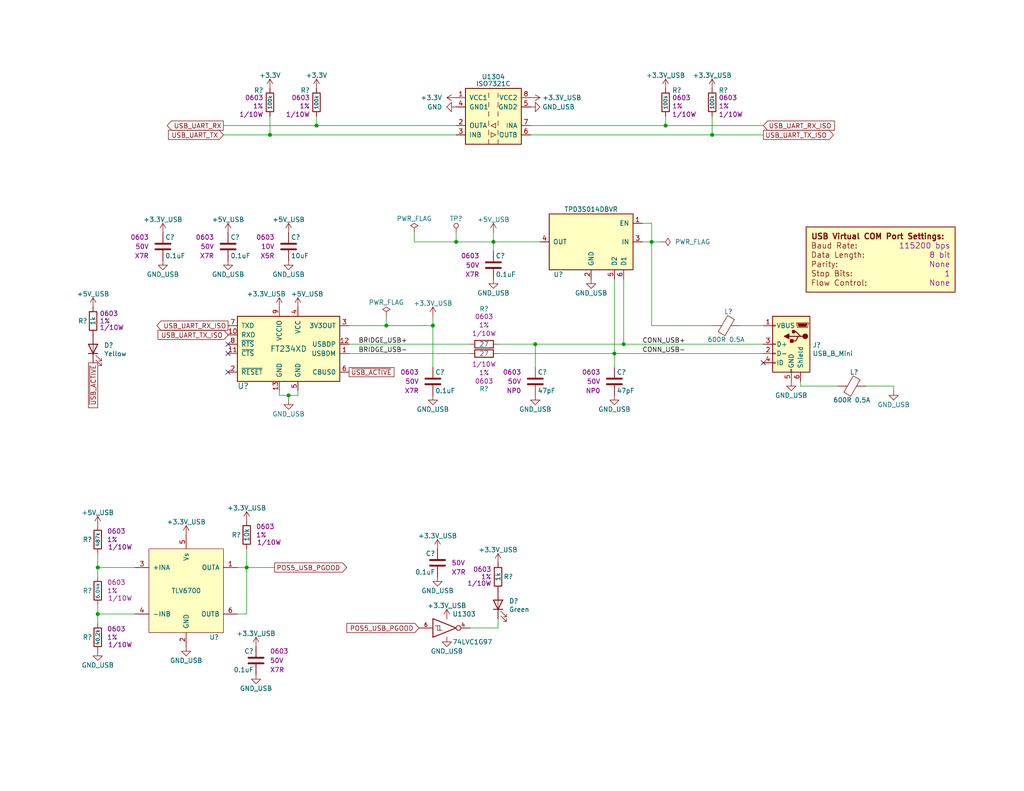
<source format=kicad_sch>
(kicad_sch (version 20230121) (generator eeschema)
  (paper "A")
  (title_block (date "2023-05-12") (rev "PRELIM") (company "Drew Maatman"))
  (lib_symbols
    (symbol "Connector:USB_B_Mini" (pin_names (offset 1.016))
      (property "Reference" "J" (at -5.08 11.43 0))
      (property "Value" "USB_B_Mini" (at -5.08 8.89 0))
      (symbol "USB_B_Mini_0_1"
        (rectangle (start -5.08 -7.62) (end 5.08 7.62) (stroke (width 0.254)) (fill (type background)))
        (circle (center -3.81 2.159) (radius 0.635) (stroke (width 0.254)) (fill (type outline)))
        (circle (center -0.635 3.429) (radius 0.381) (stroke (width 0.254)) (fill (type outline)))
        (rectangle (start -0.127 -7.62) (end 0.127 -6.858))
        (polyline (pts (xy -1.905 2.159) (xy 0.635 2.159)) (stroke (width 0.254)))
        (polyline (pts (xy -3.175 2.159) (xy -2.54 2.159) (xy -1.27 3.429) (xy -0.635 3.429)) (stroke (width 0.254)))
        (polyline (pts (xy -2.54 2.159) (xy -1.905 2.159) (xy -1.27 0.889) (xy 0 0.889)) (stroke (width 0.254)))
        (polyline (pts (xy 0.635 2.794) (xy 0.635 1.524) (xy 1.905 2.159) (xy 0.635 2.794)) (stroke (width 0.254)) (fill (type outline)))
        (polyline (pts (xy -4.318 5.588) (xy -1.778 5.588) (xy -2.032 4.826) (xy -4.064 4.826) (xy -4.318 5.588)) (fill (type outline)))
        (polyline (pts (xy -4.699 5.842) (xy -4.699 5.588) (xy -4.445 4.826) (xy -4.445 4.572) (xy -1.651 4.572) (xy -1.651 4.826) (xy -1.397 5.588) (xy -1.397 5.842) (xy -4.699 5.842)))
        (rectangle (start 0.254 1.27) (end -0.508 0.508) (stroke (width 0.254)) (fill (type outline)))
        (rectangle (start 5.08 -5.207) (end 4.318 -4.953))
        (rectangle (start 5.08 -2.667) (end 4.318 -2.413))
        (rectangle (start 5.08 -0.127) (end 4.318 0.127))
        (rectangle (start 5.08 4.953) (end 4.318 5.207))
      )
      (symbol "USB_B_Mini_1_1"
        (pin power_out line (at 7.62 5.08 180) (length 2.54) (name "VBUS") (number "1"))
        (pin bidirectional line (at 7.62 -2.54 180) (length 2.54) (name "D-") (number "2"))
        (pin bidirectional line (at 7.62 0 180) (length 2.54) (name "D+") (number "3"))
        (pin passive line (at 7.62 -5.08 180) (length 2.54) (name "ID") (number "4"))
        (pin power_out line (at 0 -10.16 90) (length 2.54) (name "GND") (number "5"))
        (pin passive line (at -2.54 -10.16 90) (length 2.54) (name "Shield") (number "6"))
      )
    )
    (symbol "Custom Library:74LVC1G97_Power_NOT" (pin_names (offset 1.016) hide)
      (property "Reference" "U" (at 1.524 3.81 0))
      (property "Value" "74LVC1G97_Power_NOT" (at 1.524 -3.81 0))
      (symbol "74LVC1G97_Power_NOT_1_1"
        (polyline (pts (xy -2.54 0.635) (xy -1.905 0.635) (xy -1.905 -0.635)))
        (polyline (pts (xy -3.81 2.54) (xy -3.81 -2.54) (xy 2.54 0) (xy -3.81 2.54)) (stroke (width 0.254)))
        (polyline (pts (xy -3.175 0.635) (xy -2.54 0.635) (xy -2.54 -0.635) (xy -1.27 -0.635)))
        (pin power_in line (at 0 2.54 90) (length 0) (name "VCC") (number "1"))
        (pin power_in line (at 0 -2.54 270) (length 0) (name "GND") (number "2"))
        (pin power_in line (at 0 -2.54 270) (length 0) (name "GND") (number "3"))
        (pin output inverted (at 6.35 0 180) (length 3.81) (name "~") (number "4"))
        (pin power_in line (at 0 2.54 90) (length 0) (name "VCC") (number "5"))
        (pin input line (at -7.62 0 0) (length 3.81) (name "~") (number "6"))
      )
    )
    (symbol "Custom Library:GND_USB" (power) (pin_names (offset 0))
      (property "Value" "GND_USB" (at 0 -3.81 0))
      (symbol "GND_USB_0_1"
        (polyline (pts (xy 0 0) (xy 0 -1.27) (xy 1.27 -1.27) (xy 0 -2.54) (xy -1.27 -1.27) (xy 0 -1.27)))
      )
      (symbol "GND_USB_1_1"
        (pin power_in line (at 0 0 270) (length 0) hide (name "GND_USB") (number "1"))
      )
    )
    (symbol "Custom_Library:+3.3V_USB" (power) (pin_names (offset 0))
      (property "Value" "Custom_Library_+3.3V_USB" (at 0 3.556 0))
      (symbol "+3.3V_USB_0_1"
        (polyline (pts (xy -0.762 1.27) (xy 0 2.54)))
        (polyline (pts (xy 0 0) (xy 0 2.54)))
        (polyline (pts (xy 0 2.54) (xy 0.762 1.27)))
      )
      (symbol "+3.3V_USB_1_1"
        (pin power_in line (at 0 0 90) (length 0) hide (name "+3.3V_USB") (number "1"))
      )
    )
    (symbol "Custom_Library:+5V_USB" (power) (pin_names (offset 0))
      (property "Value" "Custom_Library_+5V_USB" (at 0 3.556 0))
      (symbol "+5V_USB_0_1"
        (polyline (pts (xy -0.762 1.27) (xy 0 2.54)))
        (polyline (pts (xy 0 0) (xy 0 2.54)))
        (polyline (pts (xy 0 2.54) (xy 0.762 1.27)))
      )
      (symbol "+5V_USB_1_1"
        (pin power_in line (at 0 0 90) (length 0) hide (name "+5V_USB") (number "1"))
      )
    )
    (symbol "Custom_Library:COM_Port_Settings" (pin_names (offset 1.016))
      (property "Baud_Rate" "Baud" (at 19.05 3.81 0))
      (property "Data_Length" "Data Length" (at 19.05 1.27 0))
      (property "Parity" "Parity" (at 19.05 -1.27 0))
      (property "Stop_Bits" "Stop Bits" (at 19.05 -3.81 0))
      (property "Flow_Control" "Flow Control" (at 19.05 -6.35 0))
      (symbol "COM_Port_Settings_0_0"
        (rectangle (start -20.32 8.89) (end 20.32 -8.89) (stroke (width 0.254)) (fill (type background)))
        (text "Baud Rate:" (at -19.05 3.81 0) (effects (font (size 1.524 1.524)) (justify left)))
        (text "Data Length:" (at -19.05 1.27 0) (effects (font (size 1.524 1.524)) (justify left)))
        (text "Flow Control:" (at -19.05 -6.35 0) (effects (font (size 1.524 1.524)) (justify left)))
        (text "Parity:" (at -19.05 -1.27 0) (effects (font (size 1.524 1.524)) (justify left)))
        (text "Stop Bits:" (at -19.05 -3.81 0) (effects (font (size 1.524 1.524)) (justify left)))
        (text "USB Virtual COM Port Settings:" (at -19.05 6.35 0) (effects (font (size 1.524 1.524) bold) (justify left)))
      )
    )
    (symbol "Custom_Library:C_Custom" (pin_numbers hide) (pin_names (offset 0.254))
      (property "Reference" "C" (at 0.635 2.54 0))
      (property "Value" "Custom_Library_C_Custom" (at 0.635 -2.54 0))
      (property "display_footprint" "Foot" (at -3.81 2.54 0))
      (property "Voltage" "V" (at -3.81 0 0))
      (property "Dielectric" "Er" (at -3.81 -2.54 0))
      (symbol "C_Custom_0_1"
        (polyline (pts (xy -2.032 -0.762) (xy 2.032 -0.762)) (stroke (width 0.508)))
        (polyline (pts (xy -2.032 0.762) (xy 2.032 0.762)) (stroke (width 0.508)))
      )
      (symbol "C_Custom_1_1"
        (pin passive line (at 0 3.81 270) (length 2.794) (name "~") (number "1"))
        (pin passive line (at 0 -3.81 90) (length 2.794) (name "~") (number "2"))
      )
    )
    (symbol "Custom_Library:FT234XD" (pin_names (offset 1.016))
      (property "Reference" "U" (at 13.97 -10.16 0))
      (property "Value" "Custom_Library_FT234XD" (at 0 0 0))
      (symbol "FT234XD_0_1"
        (rectangle (start -13.97 8.89) (end 13.97 -8.89) (stroke (width 0.254)) (fill (type background)))
      )
      (symbol "FT234XD_1_1"
        (pin input line (at -16.51 -1.27 0) (length 2.54) (name "USBDM") (number "1"))
        (pin input line (at 16.51 3.81 180) (length 2.54) (name "RXD") (number "10"))
        (pin input line (at 16.51 -1.27 180) (length 2.54) (name "~{CTS}") (number "11"))
        (pin input line (at -16.51 1.27 0) (length 2.54) (name "USBDP") (number "12"))
        (pin power_in line (at 2.54 -11.43 90) (length 2.54) (name "GND") (number "13"))
        (pin input line (at 16.51 -6.35 180) (length 2.54) (name "~{RESET}") (number "2"))
        (pin passive line (at -16.51 6.35 0) (length 2.54) (name "3V3OUT") (number "3"))
        (pin power_in line (at -2.54 11.43 270) (length 2.54) (name "VCC") (number "4"))
        (pin power_in line (at -2.54 -11.43 90) (length 2.54) (name "GND") (number "5"))
        (pin bidirectional line (at -16.51 -6.35 0) (length 2.54) (name "CBUS0") (number "6"))
        (pin output line (at 16.51 6.35 180) (length 2.54) (name "TXD") (number "7"))
        (pin output line (at 16.51 1.27 180) (length 2.54) (name "~{RTS}") (number "8"))
        (pin power_in line (at 2.54 11.43 270) (length 2.54) (name "VCCIO") (number "9"))
      )
    )
    (symbol "Custom_Library:R_Custom" (pin_numbers hide) (pin_names (offset 1.016) hide)
      (property "Reference" "R" (at -2.54 0 90))
      (property "Value" "Custom_Library_R_Custom" (at 0 0 90))
      (property "display_footprint" "Foot" (at 2.54 0 90))
      (property "Tolerance" "Tol" (at 5.08 0 90))
      (property "Wattage" "W" (at 7.62 0 90))
      (symbol "R_Custom_0_1"
        (rectangle (start 1.016 2.54) (end -1.016 -2.54) (stroke (width 0.254)))
      )
      (symbol "R_Custom_1_1"
        (pin passive line (at 0 3.81 270) (length 1.27) (name "1") (number "1"))
        (pin passive line (at 0 -3.81 90) (length 1.27) (name "2") (number "2"))
      )
    )
    (symbol "Custom_Library:TLV6700" (pin_names (offset 1.016))
      (property "Reference" "U" (at 7.62 -12.7 0))
      (property "Value" "Custom_Library_TLV6700" (at 0 0 0))
      (symbol "TLV6700_0_1"
        (rectangle (start -10.16 11.43) (end 10.16 -11.43) (fill (type background)))
      )
      (symbol "TLV6700_1_1"
        (pin open_collector line (at 13.97 6.35 180) (length 3.81) (name "OUTA") (number "1"))
        (pin power_in line (at 0 -15.24 90) (length 3.81) (name "GND") (number "2"))
        (pin input line (at -13.97 6.35 0) (length 3.81) (name "+INA") (number "3"))
        (pin input line (at -13.97 -6.35 0) (length 3.81) (name "-INB") (number "4"))
        (pin power_in line (at 0 15.24 270) (length 3.81) (name "Vs") (number "5"))
        (pin open_collector line (at 13.97 -6.35 180) (length 3.81) (name "OUTB") (number "6"))
      )
    )
    (symbol "Custom_Library:TP" (pin_numbers hide) (pin_names (offset 0) hide)
      (property "Reference" "TP" (at 0 3.81 0))
      (symbol "TP_0_1"
        (polyline (pts (xy 0 0) (xy 0 1.27)))
        (circle (center 0 1.905) (radius 0.635))
      )
      (symbol "TP_1_1"
        (pin passive line (at 0 0 90) (length 0) (name "TP") (number "1"))
      )
    )
    (symbol "Custom_Library:TPD3S014DBVR" (pin_names (offset 1.016))
      (property "Reference" "U" (at 7.62 -8.89 0))
      (property "Value" "Custom_Library_TPD3S014DBVR" (at 0 8.89 0))
      (symbol "TPD3S014DBVR_0_1"
        (rectangle (start -11.43 7.62) (end 11.43 -7.62) (stroke (width 0.254)) (fill (type background)))
      )
      (symbol "TPD3S014DBVR_1_1"
        (pin input line (at -13.97 5.08 0) (length 2.54) (name "EN") (number "1"))
        (pin power_in line (at 0 -10.16 90) (length 2.54) (name "GND") (number "2"))
        (pin power_in line (at -13.97 0 0) (length 2.54) (name "IN") (number "3"))
        (pin passive line (at 13.97 0 180) (length 2.54) (name "OUT") (number "4"))
        (pin passive line (at -6.35 -10.16 90) (length 2.54) (name "D2") (number "5"))
        (pin passive line (at -8.89 -10.16 90) (length 2.54) (name "D1") (number "6"))
      )
    )
    (symbol "Device:Ferrite_Bead" (pin_numbers hide) (pin_names (offset 0))
      (property "Reference" "FB" (at -3.81 0.635 90))
      (property "Value" "Device_Ferrite_Bead" (at 3.81 0 90))
      (symbol "Ferrite_Bead_0_1"
        (polyline (pts (xy 0 -1.27) (xy 0 -1.2192)))
        (polyline (pts (xy 0 1.27) (xy 0 1.2954)))
        (polyline (pts (xy -2.7686 0.4064) (xy -1.7018 2.2606) (xy 2.7686 -0.3048) (xy 1.6764 -2.159) (xy -2.7686 0.4064)))
      )
      (symbol "Ferrite_Bead_1_1"
        (pin passive line (at 0 3.81 270) (length 2.54) (name "~") (number "1"))
        (pin passive line (at 0 -3.81 90) (length 2.54) (name "~") (number "2"))
      )
    )
    (symbol "Device:LED" (pin_numbers hide) (pin_names (offset 1.016) hide)
      (property "Reference" "D" (at 0 2.54 0))
      (property "Value" "LED" (at 0 -2.54 0))
      (symbol "LED_0_1"
        (polyline (pts (xy -1.27 -1.27) (xy -1.27 1.27)) (stroke (width 0.254)))
        (polyline (pts (xy -1.27 0) (xy 1.27 0)))
        (polyline (pts (xy 1.27 -1.27) (xy 1.27 1.27) (xy -1.27 0) (xy 1.27 -1.27)) (stroke (width 0.254)))
        (polyline (pts (xy -3.048 -0.762) (xy -4.572 -2.286) (xy -3.81 -2.286) (xy -4.572 -2.286) (xy -4.572 -1.524)))
        (polyline (pts (xy -1.778 -0.762) (xy -3.302 -2.286) (xy -2.54 -2.286) (xy -3.302 -2.286) (xy -3.302 -1.524)))
      )
      (symbol "LED_1_1"
        (pin passive line (at -3.81 0 0) (length 2.54) (name "K") (number "1"))
        (pin passive line (at 3.81 0 180) (length 2.54) (name "A") (number "2"))
      )
    )
    (symbol "Isolator:ISO7321C" (pin_names (offset 1.016))
      (property "Reference" "U" (at 0 10.795 0))
      (property "Value" "ISO7321C" (at 0 8.89 0))
      (symbol "ISO7321C_0_1"
        (rectangle (start -7.62 7.62) (end 7.62 -7.62) (stroke (width 0.254)) (fill (type background)))
        (polyline (pts (xy -1.27 -6.35) (xy -1.27 -7.62)))
        (polyline (pts (xy -1.27 -3.81) (xy -1.27 -5.08)))
        (polyline (pts (xy -1.27 -1.27) (xy -1.27 -2.54)))
        (polyline (pts (xy -1.27 1.27) (xy -1.27 0)))
        (polyline (pts (xy -1.27 3.81) (xy -1.27 2.54)))
        (polyline (pts (xy -1.27 6.35) (xy -1.27 5.08)))
        (polyline (pts (xy 1.27 -6.35) (xy 1.27 -7.62)))
        (polyline (pts (xy 1.27 -3.81) (xy 1.27 -5.08)))
        (polyline (pts (xy 1.27 -1.27) (xy 1.27 -2.54)))
        (polyline (pts (xy 1.27 1.27) (xy 1.27 0)))
        (polyline (pts (xy 1.27 3.81) (xy 1.27 2.54)))
        (polyline (pts (xy 1.27 6.35) (xy 1.27 5.08)))
        (polyline (pts (xy -0.635 -4.445) (xy -0.635 -5.715) (xy 0.635 -5.08) (xy -0.635 -4.445)))
        (polyline (pts (xy -0.635 -2.54) (xy 0.635 -1.905) (xy 0.635 -3.175) (xy -0.635 -2.54)))
      )
      (symbol "ISO7321C_1_1"
        (pin power_in line (at -10.16 5.08 0) (length 2.54) (name "VCC1") (number "1"))
        (pin output line (at -10.16 -2.54 0) (length 2.54) (name "OUTA") (number "2"))
        (pin input line (at -10.16 -5.08 0) (length 2.54) (name "INB") (number "3"))
        (pin power_in line (at -10.16 2.54 0) (length 2.54) (name "GND1") (number "4"))
        (pin power_in line (at 10.16 2.54 180) (length 2.54) (name "GND2") (number "5"))
        (pin output line (at 10.16 -5.08 180) (length 2.54) (name "OUTB") (number "6"))
        (pin input line (at 10.16 -2.54 180) (length 2.54) (name "INA") (number "7"))
        (pin power_in line (at 10.16 5.08 180) (length 2.54) (name "VCC2") (number "8"))
      )
    )
    (symbol "power:+3.3V" (power) (pin_names (offset 0))
      (property "Value" "+3.3V" (at 0 3.556 0))
      (symbol "+3.3V_0_1"
        (polyline (pts (xy -0.762 1.27) (xy 0 2.54)))
        (polyline (pts (xy 0 0) (xy 0 2.54)))
        (polyline (pts (xy 0 2.54) (xy 0.762 1.27)))
      )
      (symbol "+3.3V_1_1"
        (pin power_in line (at 0 0 90) (length 0) hide (name "+3.3V") (number "1"))
      )
    )
    (symbol "power:GND" (power) (pin_names (offset 0))
      (property "Value" "GND" (at 0 -3.81 0))
      (symbol "GND_0_1"
        (polyline (pts (xy 0 0) (xy 0 -1.27) (xy 1.27 -1.27) (xy 0 -2.54) (xy -1.27 -1.27) (xy 0 -1.27)))
      )
      (symbol "GND_1_1"
        (pin power_in line (at 0 0 270) (length 0) hide (name "GND") (number "1"))
      )
    )
    (symbol "power:PWR_FLAG" (power) (pin_numbers hide) (pin_names (offset 0) hide)
      (property "Value" "PWR_FLAG" (at 0 3.81 0))
      (symbol "PWR_FLAG_0_0"
        (pin power_out line (at 0 0 90) (length 0) (name "pwr") (number "1"))
      )
      (symbol "PWR_FLAG_0_1"
        (polyline (pts (xy 0 0) (xy 0 1.27) (xy -1.016 1.905) (xy 0 2.54) (xy 1.016 1.905) (xy 0 1.27)))
      )
    )
  )
  (junction (at 134.62 66.04))
  (junction (at 26.67 154.94))
  (junction (at 170.18 93.98))
  (junction (at 181.61 34.29))
  (junction (at 86.36 34.29))
  (junction (at 177.8 66.04))
  (junction (at 194.31 36.83))
  (junction (at 73.66 36.83))
  (junction (at 26.67 167.64))
  (junction (at 118.11 88.9))
  (junction (at 146.05 93.98))
  (junction (at 124.46 66.04))
  (junction (at 78.74 107.95))
  (junction (at 105.41 88.9))
  (junction (at 67.31 154.94))
  (junction (at 167.64 96.52))
  (no_connect (at 62.23 93.98))
  (no_connect (at 62.23 96.52))
  (no_connect (at 62.23 101.6))
  (no_connect (at 208.28 99.06))
  (wire (pts (xy 228.6 105.41) (xy 218.44 105.41)))
  (wire (pts (xy 26.67 167.64) (xy 26.67 165.1)))
  (wire (pts (xy 76.2 106.68) (xy 76.2 107.95)))
  (wire (pts (xy 170.18 93.98) (xy 208.28 93.98)))
  (wire (pts (xy 105.41 88.9) (xy 118.11 88.9)))
  (wire (pts (xy 194.31 88.9) (xy 177.8 88.9)))
  (wire (pts (xy 95.25 93.98) (xy 128.27 93.98)))
  (wire (pts (xy 208.28 36.83) (xy 194.31 36.83)))
  (wire (pts (xy 243.84 105.41) (xy 236.22 105.41)))
  (wire (pts (xy 78.74 107.95) (xy 81.28 107.95)))
  (wire (pts (xy 118.11 86.36) (xy 118.11 88.9)))
  (wire (pts (xy 67.31 167.64) (xy 67.31 154.94)))
  (wire (pts (xy 86.36 31.75) (xy 86.36 34.29)))
  (wire (pts (xy 81.28 106.68) (xy 81.28 107.95)))
  (wire (pts (xy 73.66 31.75) (xy 73.66 36.83)))
  (wire (pts (xy 144.78 36.83) (xy 194.31 36.83)))
  (wire (pts (xy 95.25 96.52) (xy 128.27 96.52)))
  (wire (pts (xy 135.89 96.52) (xy 167.64 96.52)))
  (wire (pts (xy 60.96 36.83) (xy 73.66 36.83)))
  (wire (pts (xy 146.05 93.98) (xy 170.18 93.98)))
  (wire (pts (xy 181.61 31.75) (xy 181.61 34.29)))
  (wire (pts (xy 144.78 34.29) (xy 181.61 34.29)))
  (wire (pts (xy 134.62 66.04) (xy 134.62 68.58)))
  (wire (pts (xy 146.05 100.33) (xy 146.05 93.98)))
  (wire (pts (xy 134.62 63.5) (xy 134.62 66.04)))
  (wire (pts (xy 73.66 36.83) (xy 124.46 36.83)))
  (wire (pts (xy 78.74 109.22) (xy 78.74 107.95)))
  (wire (pts (xy 218.44 105.41) (xy 218.44 104.14)))
  (wire (pts (xy 194.31 31.75) (xy 194.31 36.83)))
  (wire (pts (xy 67.31 154.94) (xy 67.31 149.86)))
  (wire (pts (xy 175.26 66.04) (xy 177.8 66.04)))
  (wire (pts (xy 86.36 34.29) (xy 124.46 34.29)))
  (wire (pts (xy 76.2 107.95) (xy 78.74 107.95)))
  (wire (pts (xy 167.64 96.52) (xy 208.28 96.52)))
  (wire (pts (xy 74.93 154.94) (xy 67.31 154.94)))
  (wire (pts (xy 175.26 60.96) (xy 177.8 60.96)))
  (wire (pts (xy 64.77 154.94) (xy 67.31 154.94)))
  (wire (pts (xy 26.67 167.64) (xy 26.67 170.18)))
  (wire (pts (xy 113.03 66.04) (xy 124.46 66.04)))
  (wire (pts (xy 128.27 171.45) (xy 135.89 171.45)))
  (wire (pts (xy 105.41 86.36) (xy 105.41 88.9)))
  (wire (pts (xy 124.46 66.04) (xy 134.62 66.04)))
  (wire (pts (xy 243.84 106.68) (xy 243.84 105.41)))
  (wire (pts (xy 36.83 167.64) (xy 26.67 167.64)))
  (wire (pts (xy 26.67 154.94) (xy 26.67 151.13)))
  (wire (pts (xy 113.03 63.5) (xy 113.03 66.04)))
  (wire (pts (xy 64.77 167.64) (xy 67.31 167.64)))
  (wire (pts (xy 180.34 66.04) (xy 177.8 66.04)))
  (wire (pts (xy 26.67 154.94) (xy 26.67 157.48)))
  (wire (pts (xy 167.64 100.33) (xy 167.64 96.52)))
  (wire (pts (xy 134.62 66.04) (xy 147.32 66.04)))
  (wire (pts (xy 177.8 66.04) (xy 177.8 88.9)))
  (wire (pts (xy 36.83 154.94) (xy 26.67 154.94)))
  (wire (pts (xy 95.25 88.9) (xy 105.41 88.9)))
  (wire (pts (xy 118.11 88.9) (xy 118.11 100.33)))
  (wire (pts (xy 167.64 76.2) (xy 167.64 96.52)))
  (wire (pts (xy 177.8 60.96) (xy 177.8 66.04)))
  (wire (pts (xy 135.89 171.45) (xy 135.89 168.91)))
  (wire (pts (xy 170.18 76.2) (xy 170.18 93.98)))
  (wire (pts (xy 135.89 93.98) (xy 146.05 93.98)))
  (wire (pts (xy 201.93 88.9) (xy 208.28 88.9)))
  (wire (pts (xy 208.28 34.29) (xy 181.61 34.29)))
  (wire (pts (xy 60.96 34.29) (xy 86.36 34.29)))
  (wire (pts (xy 124.46 63.5) (xy 124.46 66.04)))
  (label "BRIDGE_USB-" (at 97.79 96.52 0))
  (label "BRIDGE_USB+" (at 97.79 93.98 0))
  (label "CONN_USB-" (at 175.26 96.52 0))
  (label "CONN_USB+" (at 175.26 93.98 0))
  (global_label "USB_UART_TX_ISO" (shape output) (at 208.28 36.83 0) (property "Intersheetrefs" "${INTERSHEET_REFS}" (effects hide)))
  (global_label "USB_UART_TX" (shape input) (at 60.96 36.83 180) (property "Intersheetrefs" "${INTERSHEET_REFS}" (effects hide)))
  (global_label "~{USB_ACTIVE}" (shape passive) (at 95.25 101.6 0) (property "Intersheetrefs" "${INTERSHEET_REFS}" (effects hide)))
  (global_label "USB_UART_RX_ISO" (shape input) (at 208.28 34.29 0) (property "Intersheetrefs" "${INTERSHEET_REFS}" (effects hide)))
  (global_label "USB_UART_RX" (shape output) (at 60.96 34.29 180) (property "Intersheetrefs" "${INTERSHEET_REFS}" (effects hide)))
  (global_label "POS5_USB_PGOOD" (shape output) (at 74.93 154.94 0) (property "Intersheetrefs" "${INTERSHEET_REFS}" (effects hide)))
  (global_label "USB_UART_RX_ISO" (shape output) (at 62.23 88.9 180) (property "Intersheetrefs" "${INTERSHEET_REFS}" (effects hide)))
  (global_label "~{USB_ACTIVE}" (shape passive) (at 25.4 99.06 270) (property "Intersheetrefs" "${INTERSHEET_REFS}" (effects hide)))
  (global_label "POS5_USB_PGOOD" (shape input) (at 114.3 171.45 180) (property "Intersheetrefs" "${INTERSHEET_REFS}" (effects hide)))
  (global_label "USB_UART_TX_ISO" (shape input) (at 62.23 91.44 180) (property "Intersheetrefs" "${INTERSHEET_REFS}" (effects hide)))
  (symbol (lib_id "power:PWR_FLAG") (at 105.41 86.36 0) (unit 1)
    (property "Reference" "#FLG01303" (effects hide))
    (property "Value" "PWR_FLAG" (at 105.41 82.55 0))
  )
  (symbol (lib_id "Custom_Library:R_Custom") (at 181.61 27.94 0) (unit 1)
    (property "Reference" "R?" (at 183.388 24.638 0) (effects (justify left)))
    (property "Value" "100k" (at 181.61 27.94 90) (effects (font (size 1.016 1.016))))
    (property "Footprint" "Resistors_SMD:R_0603" (effects hide))
    (property "display_footprint" "0603" (at 183.388 26.67 0) (effects (justify left)))
    (property "Tolerance" "1%" (at 183.388 28.956 0) (effects (justify left)))
    (property "Wattage" "1/10W" (at 183.388 31.242 0) (effects (justify left)))
    (instances (project "Analog_Clock" (path "" (reference "R?") (unit 1)) (path "" (reference "R?") (unit 1))) (project "Nixie_Clock_Core" (path "" (reference "R1311") (unit 1))))
  )
  (symbol (lib_id "Custom_Library:+3.3V_USB") (at 44.45 63.5 0) (unit 1)
    (property "Reference" "#PWR?" (effects hide))
    (property "Value" "+3.3V_USB" (at 44.45 59.944 0))
    (instances (project "Analog_Clock" (path "" (reference "#PWR?") (unit 1))) (project "Nixie_Clock_Core" (path "" (reference "#PWR01329") (unit 1))))
  )
  (symbol (lib_id "Device:Ferrite_Bead") (at 198.12 88.9 270) (unit 1)
    (property "Reference" "L?" (at 198.755 85.09 90))
    (property "Value" "600R 0.5A" (at 198.12 92.71 90))
    (property "Footprint" "Inductors_SMD:L_0603" (effects hide))
    (instances (project "Analog_Clock" (path "" (reference "L?") (unit 1))) (project "Nixie_Clock_Core" (path "" (reference "L1301") (unit 1))))
  )
  (symbol (lib_id "Device:LED") (at 25.4 95.25 90) (unit 1)
    (property "Reference" "D?" (at 28.3718 94.2848 90) (effects (justify right)))
    (property "Value" "Yellow" (at 28.3718 96.5962 90) (effects (justify right)))
    (property "Footprint" "LEDs:LED_0603" (effects hide))
    (property "Digi-Key PN" "754-1124-1-ND" (effects hide))
    (instances (project "Analog_Clock" (path "" (reference "D?") (unit 1))) (project "Nixie_Clock_Core" (path "" (reference "D1301") (unit 1))))
  )
  (symbol (lib_id "power:+3.3V") (at 86.36 24.13 0) (unit 1)
    (property "Reference" "#PWR?" (effects hide))
    (property "Value" "+3.3V" (at 86.36 20.574 0))
    (instances (project "Analog_Clock" (path "" (reference "#PWR?") (unit 1))) (project "Nixie_Clock_Core" (path "" (reference "#PWR01335") (unit 1))))
  )
  (symbol (lib_id "Custom_Library:R_Custom") (at 132.08 96.52 270) (unit 1)
    (property "Reference" "R?" (at 132.08 106.172 90))
    (property "Value" "27" (at 132.08 96.52 90))
    (property "Footprint" "Resistors_SMD:R_0603" (effects hide))
    (property "display_footprint" "0603" (at 132.08 104.0638 90))
    (property "Tolerance" "1%" (at 132.08 101.7524 90))
    (property "Wattage" "1/10W" (at 132.08 99.441 90))
    (instances (project "Analog_Clock" (path "" (reference "R?") (unit 1))) (project "Nixie_Clock_Core" (path "" (reference "R1309") (unit 1))))
  )
  (symbol (lib_id "Connector:USB_B_Mini") (at 215.9 93.98 0) (mirror y) (unit 1)
    (property "Reference" "J?" (at 221.7166 94.2086 0) (effects (justify right)))
    (property "Value" "USB_B_Mini" (at 221.7166 96.52 0) (effects (justify right)))
    (property "Footprint" "Connectors:USB_Mini-B" (effects hide))
    (property "Digi-Key PN" "732-2109-1-ND" (effects hide))
    (instances (project "Analog_Clock" (path "" (reference "J?") (unit 1))) (project "Nixie_Clock_Core" (path "" (reference "J1301") (unit 1))))
  )
  (symbol (lib_id "Custom_Library:R_Custom") (at 26.67 147.32 0) (unit 1)
    (property "Reference" "R?" (at 25.146 147.32 0) (effects (justify right)))
    (property "Value" "487k" (at 26.67 147.32 90) (effects (font (size 1.016 1.016))))
    (property "Footprint" "Resistors_SMD:R_0603" (effects hide))
    (property "display_footprint" "0603" (at 29.21 145.034 0) (effects (justify left)))
    (property "Tolerance" "1%" (at 29.21 147.32 0) (effects (justify left)))
    (property "Wattage" "1/10W" (at 29.464 149.352 0) (effects (justify left)))
    (instances (project "Analog_Clock" (path "" (reference "R?") (unit 1))) (project "Nixie_Clock_Core" (path "" (reference "R1302") (unit 1))))
  )
  (symbol (lib_id "Custom_Library:R_Custom") (at 132.08 93.98 270) (mirror x) (unit 1)
    (property "Reference" "R?" (at 132.08 84.328 90))
    (property "Value" "27" (at 132.08 93.98 90))
    (property "Footprint" "Resistors_SMD:R_0603" (effects hide))
    (property "display_footprint" "0603" (at 132.08 86.4362 90))
    (property "Tolerance" "1%" (at 132.08 88.7476 90))
    (property "Wattage" "1/10W" (at 132.08 91.059 90))
    (instances (project "Analog_Clock" (path "" (reference "R?") (unit 1))) (project "Nixie_Clock_Core" (path "" (reference "R1308") (unit 1))))
  )
  (symbol (lib_id "Custom_Library:+3.3V_USB") (at 67.31 142.24 0) (unit 1)
    (property "Reference" "#PWR?" (effects hide))
    (property "Value" "+3.3V_USB" (at 67.31 138.684 0))
    (instances (project "Analog_Clock" (path "" (reference "#PWR?") (unit 1))) (project "Nixie_Clock_Core" (path "" (reference "#PWR01317") (unit 1))))
  )
  (symbol (lib_id "power:+3.3V") (at 124.46 26.67 90) (unit 1)
    (property "Reference" "#PWR?" (effects hide))
    (property "Value" "+3.3V" (at 120.65 26.67 90) (effects (justify left)))
    (instances (project "Analog_Clock" (path "" (reference "#PWR?") (unit 1))) (project "Nixie_Clock_Core" (path "" (reference "#PWR01304") (unit 1))))
  )
  (symbol (lib_id "Custom_Library:R_Custom") (at 67.31 146.05 0) (unit 1)
    (property "Reference" "R?" (at 65.786 146.05 0) (effects (justify right)))
    (property "Value" "10k" (at 67.31 146.05 90))
    (property "Footprint" "Resistors_SMD:R_0603" (effects hide))
    (property "display_footprint" "0603" (at 69.85 143.764 0) (effects (justify left)))
    (property "Tolerance" "1%" (at 69.85 146.05 0) (effects (justify left)))
    (property "Wattage" "1/10W" (at 70.104 148.082 0) (effects (justify left)))
    (instances (project "Analog_Clock" (path "" (reference "R?") (unit 1))) (project "Nixie_Clock_Core" (path "" (reference "R1305") (unit 1))))
  )
  (symbol (lib_id "Custom_Library:C_Custom") (at 118.11 104.14 0) (unit 1)
    (property "Reference" "C?" (at 118.745 101.6 0) (effects (justify left)))
    (property "Value" "0.1uF" (at 118.745 106.68 0) (effects (justify left)))
    (property "Footprint" "Capacitors_SMD:C_0603" (effects hide))
    (property "display_footprint" "0603" (at 114.3 101.6 0) (effects (justify right)))
    (property "Voltage" "50V" (at 114.3 104.14 0) (effects (justify right)))
    (property "Dielectric" "X7R" (at 114.3 106.68 0) (effects (justify right)))
    (instances (project "Analog_Clock" (path "" (reference "C?") (unit 1))) (project "Nixie_Clock_Core" (path "" (reference "C1305") (unit 1))))
  )
  (symbol (lib_id "Custom_Library:+3.3V_USB") (at 181.61 24.13 0) (unit 1)
    (property "Reference" "#PWR?" (effects hide))
    (property "Value" "+3.3V_USB" (at 181.61 20.574 0))
    (instances (project "Analog_Clock" (path "" (reference "#PWR?") (unit 1))) (project "Nixie_Clock_Core" (path "" (reference "#PWR01338") (unit 1))))
  )
  (symbol (lib_id "Device:Ferrite_Bead") (at 232.41 105.41 270) (unit 1)
    (property "Reference" "L?" (at 233.045 101.6 90))
    (property "Value" "600R 0.5A" (at 232.41 109.22 90))
    (property "Footprint" "Inductors_SMD:L_0603" (effects hide))
    (instances (project "Analog_Clock" (path "" (reference "L?") (unit 1))) (project "Nixie_Clock_Core" (path "" (reference "L1302") (unit 1))))
  )
  (symbol (lib_id "Custom_Library:TP") (at 124.46 63.5 0) (unit 1)
    (property "Reference" "TP?" (at 124.46 59.69 0))
    (property "Value" "TP" (effects hide))
    (property "Footprint" "Custom Footprints Library:Test_Point" (effects hide))
    (instances (project "Analog_Clock" (path "" (reference "TP?") (unit 1)) (path "" (reference "TP?") (unit 1)) (path "" (reference "TP?") (unit 1)) (path "" (reference "TP?") (unit 1))) (project "Nixie_Clock_Core" (path "" (reference "TP1301") (unit 1))))
  )
  (symbol (lib_id "Custom_Library:+3.3V_USB") (at 194.31 24.13 0) (unit 1)
    (property "Reference" "#PWR?" (effects hide))
    (property "Value" "+3.3V_USB" (at 194.31 20.574 0))
    (instances (project "Analog_Clock" (path "" (reference "#PWR?") (unit 1))) (project "Nixie_Clock_Core" (path "" (reference "#PWR01339") (unit 1))))
  )
  (symbol (lib_id "Custom Library:GND_USB") (at 215.9 104.14 0) (unit 1)
    (property "Reference" "#PWR01308" (effects hide))
    (property "Value" "GND_USB" (at 215.9 107.95 0))
  )
  (symbol (lib_id "Custom_Library:+3.3V_USB") (at 69.85 176.53 0) (unit 1)
    (property "Reference" "#PWR?" (effects hide))
    (property "Value" "+3.3V_USB" (at 69.85 172.974 0))
    (instances (project "Analog_Clock" (path "" (reference "#PWR?") (unit 1))) (project "Nixie_Clock_Core" (path "" (reference "#PWR01321") (unit 1))))
  )
  (symbol (lib_id "power:PWR_FLAG") (at 180.34 66.04 270) (unit 1)
    (property "Reference" "#FLG?" (effects hide))
    (property "Value" "PWR_FLAG" (at 184.15 66.04 90) (effects (justify left)))
    (instances (project "Analog_Clock" (path "" (reference "#FLG?") (unit 1))) (project "Nixie_Clock_Core" (path "" (reference "#FLG01302") (unit 1))))
  )
  (symbol (lib_id "Custom_Library:+3.3V_USB") (at 135.89 153.67 0) (unit 1)
    (property "Reference" "#PWR?" (effects hide))
    (property "Value" "+3.3V_USB" (at 135.89 150.114 0))
    (instances (project "Analog_Clock" (path "" (reference "#PWR?") (unit 1))) (project "Nixie_Clock_Core" (path "" (reference "#PWR01325") (unit 1))))
  )
  (symbol (lib_id "Custom Library:GND_USB") (at 121.92 173.99 0) (unit 1)
    (property "Reference" "#PWR01322" (effects hide))
    (property "Value" "GND_USB" (at 121.92 177.8 0))
  )
  (symbol (lib_id "Custom_Library:R_Custom") (at 194.31 27.94 0) (unit 1)
    (property "Reference" "R?" (at 196.088 24.638 0) (effects (justify left)))
    (property "Value" "100k" (at 194.31 27.94 90) (effects (font (size 1.016 1.016))))
    (property "Footprint" "Resistors_SMD:R_0603" (effects hide))
    (property "display_footprint" "0603" (at 196.088 26.67 0) (effects (justify left)))
    (property "Tolerance" "1%" (at 196.088 28.956 0) (effects (justify left)))
    (property "Wattage" "1/10W" (at 196.088 31.242 0) (effects (justify left)))
    (instances (project "Analog_Clock" (path "" (reference "R?") (unit 1)) (path "" (reference "R?") (unit 1))) (project "Nixie_Clock_Core" (path "" (reference "R1312") (unit 1))))
  )
  (symbol (lib_id "Custom_Library:R_Custom") (at 26.67 173.99 0) (unit 1)
    (property "Reference" "R?" (at 25.146 173.99 0) (effects (justify right)))
    (property "Value" "40.2k" (at 26.67 173.99 90) (effects (font (size 1.016 1.016))))
    (property "Footprint" "Resistors_SMD:R_0603" (effects hide))
    (property "display_footprint" "0603" (at 29.21 171.704 0) (effects (justify left)))
    (property "Tolerance" "1%" (at 29.21 173.99 0) (effects (justify left)))
    (property "Wattage" "1/10W" (at 29.464 176.022 0) (effects (justify left)))
    (instances (project "Analog_Clock" (path "" (reference "R?") (unit 1))) (project "Nixie_Clock_Core" (path "" (reference "R1304") (unit 1))))
  )
  (symbol (lib_id "Custom_Library:+3.3V_USB") (at 76.2 83.82 0) (unit 1)
    (property "Reference" "#PWR?" (effects hide))
    (property "Value" "+3.3V_USB" (at 72.644 80.264 0))
    (instances (project "Analog_Clock" (path "" (reference "#PWR?") (unit 1))) (project "Nixie_Clock_Core" (path "" (reference "#PWR01332") (unit 1))))
  )
  (symbol (lib_id "Custom Library:GND_USB") (at 146.05 107.95 0) (unit 1)
    (property "Reference" "#PWR01310" (effects hide))
    (property "Value" "GND_USB" (at 146.05 111.76 0))
  )
  (symbol (lib_id "Custom_Library:+5V_USB") (at 25.4 83.82 0) (unit 1)
    (property "Reference" "#PWR?" (effects hide))
    (property "Value" "+5V_USB" (at 25.4 80.264 0))
    (instances (project "Analog_Clock" (path "" (reference "#PWR?") (unit 1))) (project "Nixie_Clock_Core" (path "" (reference "#PWR01327") (unit 1))))
  )
  (symbol (lib_id "power:PWR_FLAG") (at 113.03 63.5 0) (unit 1)
    (property "Reference" "#FLG?" (effects hide))
    (property "Value" "PWR_FLAG" (at 113.03 59.69 0))
    (instances (project "Analog_Clock" (path "" (reference "#FLG?") (unit 1))) (project "Nixie_Clock_Core" (path "" (reference "#FLG01301") (unit 1))))
  )
  (symbol (lib_id "Custom_Library:R_Custom") (at 25.4 87.63 0) (unit 1)
    (property "Reference" "R?" (at 23.876 87.63 0) (effects (justify right)))
    (property "Value" "1k" (at 25.4 87.63 90))
    (property "Footprint" "Resistors_SMD:R_0603" (effects hide))
    (property "display_footprint" "0603" (at 27.178 85.598 0) (effects (justify left)))
    (property "Tolerance" "1%" (at 27.178 87.63 0) (effects (justify left)))
    (property "Wattage" "1/10W" (at 27.178 89.408 0) (effects (justify left)))
    (instances (project "Analog_Clock" (path "" (reference "R?") (unit 1))) (project "Nixie_Clock_Core" (path "" (reference "R1301") (unit 1))))
  )
  (symbol (lib_id "Custom_Library:C_Custom") (at 119.38 153.67 0) (mirror y) (unit 1)
    (property "Reference" "C?" (at 118.745 151.13 0) (effects (justify left)))
    (property "Value" "0.1uF" (at 118.745 156.21 0) (effects (justify left)))
    (property "Footprint" "Capacitors_SMD:C_0603" (effects hide))
    (property "Voltage" "50V" (at 123.19 153.67 0) (effects (justify right)))
    (property "Dielectric" "X7R" (at 123.19 156.21 0) (effects (justify right)))
    (instances (project "Nixie_Clock_Core" (path "" (reference "C?") (unit 1)) (path "" (reference "C1306") (unit 1))) (project "LED_Panel_Controller" (path "" (reference "C?") (unit 1)) (path "" (reference "C?") (unit 1)) (path "" (reference "C?") (unit 1)) (path "" (reference "C?") (unit 1)) (path "" (reference "C?") (unit 1)) (path "" (reference "C?") (unit 1)) (path "" (reference "C?") (unit 1)) (path "" (reference "C?") (unit 1))))
  )
  (symbol (lib_id "Custom Library:GND_USB") (at 243.84 106.68 0) (unit 1)
    (property "Reference" "#PWR01307" (effects hide))
    (property "Value" "GND_USB" (at 243.84 110.49 0))
  )
  (symbol (lib_id "Custom_Library:+5V_USB") (at 78.74 63.5 0) (unit 1)
    (property "Reference" "#PWR?" (effects hide))
    (property "Value" "+5V_USB" (at 78.74 59.944 0))
    (instances (project "Analog_Clock" (path "" (reference "#PWR?") (unit 1))) (project "Nixie_Clock_Core" (path "" (reference "#PWR01333") (unit 1))))
  )
  (symbol (lib_id "Custom_Library:C_Custom") (at 69.85 180.34 0) (mirror y) (unit 1)
    (property "Reference" "C?" (at 69.215 177.8 0) (effects (justify left)))
    (property "Value" "0.1uF" (at 69.215 182.88 0) (effects (justify left)))
    (property "Footprint" "Capacitors_SMD:C_0603" (effects hide))
    (property "display_footprint" "0603" (at 73.66 177.8 0) (effects (justify right)))
    (property "Voltage" "50V" (at 73.66 180.34 0) (effects (justify right)))
    (property "Dielectric" "X7R" (at 73.66 182.88 0) (effects (justify right)))
    (instances (project "Analog_Clock" (path "" (reference "C?") (unit 1)) (path "" (reference "C?") (unit 1)) (path "" (reference "C?") (unit 1)) (path "" (reference "C?") (unit 1)) (path "" (reference "C?") (unit 1))) (project "Nixie_Clock_Core" (path "" (reference "C1303") (unit 1))))
  )
  (symbol (lib_id "Custom_Library:C_Custom") (at 146.05 104.14 0) (unit 1)
    (property "Reference" "C?" (at 146.685 101.6 0) (effects (justify left)))
    (property "Value" "47pF" (at 146.685 106.68 0) (effects (justify left)))
    (property "Footprint" "Capacitors_SMD:C_0603" (effects hide))
    (property "display_footprint" "0603" (at 142.24 101.6 0) (effects (justify right)))
    (property "Voltage" "50V" (at 142.24 104.14 0) (effects (justify right)))
    (property "Dielectric" "NP0" (at 142.24 106.68 0) (effects (justify right)))
    (instances (project "Analog_Clock" (path "" (reference "C?") (unit 1))) (project "Nixie_Clock_Core" (path "" (reference "C1308") (unit 1))))
  )
  (symbol (lib_id "Custom_Library:R_Custom") (at 73.66 27.94 0) (mirror y) (unit 1)
    (property "Reference" "R?" (at 71.882 24.638 0) (effects (justify left)))
    (property "Value" "100k" (at 73.66 27.94 90) (effects (font (size 1.016 1.016))))
    (property "Footprint" "Resistors_SMD:R_0603" (effects hide))
    (property "display_footprint" "0603" (at 71.882 26.67 0) (effects (justify left)))
    (property "Tolerance" "1%" (at 71.882 28.956 0) (effects (justify left)))
    (property "Wattage" "1/10W" (at 71.882 31.242 0) (effects (justify left)))
    (instances (project "Analog_Clock" (path "" (reference "R?") (unit 1)) (path "" (reference "R?") (unit 1))) (project "Nixie_Clock_Core" (path "" (reference "R1306") (unit 1))))
  )
  (symbol (lib_id "power:+3.3V") (at 73.66 24.13 0) (unit 1)
    (property "Reference" "#PWR?" (effects hide))
    (property "Value" "+3.3V" (at 73.66 20.574 0))
    (instances (project "Analog_Clock" (path "" (reference "#PWR?") (unit 1))) (project "Nixie_Clock_Core" (path "" (reference "#PWR01331") (unit 1))))
  )
  (symbol (lib_id "Custom_Library:C_Custom") (at 167.64 104.14 0) (unit 1)
    (property "Reference" "C?" (at 168.275 101.6 0) (effects (justify left)))
    (property "Value" "47pF" (at 168.275 106.68 0) (effects (justify left)))
    (property "Footprint" "Capacitors_SMD:C_0603" (effects hide))
    (property "display_footprint" "0603" (at 163.83 101.6 0) (effects (justify right)))
    (property "Voltage" "50V" (at 163.83 104.14 0) (effects (justify right)))
    (property "Dielectric" "NP0" (at 163.83 106.68 0) (effects (justify right)))
    (instances (project "Analog_Clock" (path "" (reference "C?") (unit 1))) (project "Nixie_Clock_Core" (path "" (reference "C1309") (unit 1))))
  )
  (symbol (lib_id "Custom_Library:+5V_USB") (at 134.62 63.5 0) (unit 1)
    (property "Reference" "#PWR?" (effects hide))
    (property "Value" "+5V_USB" (at 134.62 59.944 0))
    (instances (project "Analog_Clock" (path "" (reference "#PWR?") (unit 1))) (project "Nixie_Clock_Core" (path "" (reference "#PWR01337") (unit 1))))
  )
  (symbol (lib_id "Custom Library:GND_USB") (at 118.11 107.95 0) (unit 1)
    (property "Reference" "#PWR01311" (effects hide))
    (property "Value" "GND_USB" (at 118.11 111.76 0))
  )
  (symbol (lib_id "Custom Library:GND_USB") (at 144.78 29.21 90) (unit 1)
    (property "Reference" "#PWR01303" (effects hide))
    (property "Value" "GND_USB" (at 147.955 29.21 90) (effects (justify right)))
  )
  (symbol (lib_id "Custom Library:GND_USB") (at 50.8 176.53 0) (unit 1)
    (property "Reference" "#PWR01314" (effects hide))
    (property "Value" "GND_USB" (at 50.8 180.34 0))
  )
  (symbol (lib_id "Custom_Library:COM_Port_Settings") (at 240.284 70.866 0) (unit 1)
    (property "Reference" "DOC?" (effects hide))
    (property "Value" "COM_Port_Settings" (effects hide))
    (property "Baud_Rate" "115200 bps" (at 259.334 67.056 0) (effects (font (size 1.524 1.524)) (justify right)))
    (property "Data_Length" "8 bit" (at 259.334 69.596 0) (effects (font (size 1.524 1.524)) (justify right)))
    (property "Parity" "None" (at 259.334 72.136 0) (effects (font (size 1.524 1.524)) (justify right)))
    (property "Stop_Bits" "1" (at 259.334 74.676 0) (effects (font (size 1.524 1.524)) (justify right)))
    (property "Flow_Control" "None" (at 259.334 77.216 0) (effects (font (size 1.524 1.524)) (justify right)))
    (instances (project "Analog_Clock" (path "" (reference "DOC?") (unit 1))) (project "Nixie_Clock_Core" (path "" (reference "DOC1301") (unit 1))))
  )
  (symbol (lib_id "Custom_Library:+3.3V_USB") (at 119.38 149.86 0) (unit 1)
    (property "Reference" "#PWR?" (effects hide))
    (property "Value" "+3.3V_USB" (at 119.38 146.304 0))
    (instances (project "Analog_Clock" (path "" (reference "#PWR?") (unit 1))) (project "Nixie_Clock_Core" (path "" (reference "#PWR01324") (unit 1))))
  )
  (symbol (lib_id "Custom_Library:FT234XD") (at 78.74 95.25 0) (mirror y) (unit 1)
    (property "Reference" "U?" (at 64.77 105.41 0) (effects (font (size 1.524 1.524)) (justify right)))
    (property "Value" "FT234XD" (at 78.74 95.25 0) (effects (font (size 1.524 1.524))))
    (property "Footprint" "Housings_DFN_QFN:DFN-12-1EP_3x3mm_Pitch0.45mm" (effects hide))
    (property "Datasheet" "http://www.ftdichip.com/Support/Documents/DataSheets/ICs/DS_FT234XD.pdf" (effects hide))
    (property "Digi-Key PN" "768-1178-1-ND" (effects hide))
    (instances (project "Analog_Clock" (path "" (reference "U?") (unit 1))) (project "Nixie_Clock_Core" (path "" (reference "U1302") (unit 1))))
  )
  (symbol (lib_id "Custom Library:GND_USB") (at 26.67 177.8 0) (unit 1)
    (property "Reference" "#PWR01312" (effects hide))
    (property "Value" "GND_USB" (at 26.67 181.61 0))
  )
  (symbol (lib_id "Custom Library:GND_USB") (at 62.23 71.12 0) (unit 1)
    (property "Reference" "#PWR01319" (effects hide))
    (property "Value" "GND_USB" (at 62.23 74.93 0))
  )
  (symbol (lib_id "Custom_Library:R_Custom") (at 26.67 161.29 0) (unit 1)
    (property "Reference" "R?" (at 25.146 161.29 0) (effects (justify right)))
    (property "Value" "6.04k" (at 26.67 161.29 90) (effects (font (size 1.016 1.016))))
    (property "Footprint" "Resistors_SMD:R_0603" (effects hide))
    (property "display_footprint" "0603" (at 29.21 159.004 0) (effects (justify left)))
    (property "Tolerance" "1%" (at 29.21 161.29 0) (effects (justify left)))
    (property "Wattage" "1/10W" (at 29.464 163.322 0) (effects (justify left)))
    (instances (project "Analog_Clock" (path "" (reference "R?") (unit 1))) (project "Nixie_Clock_Core" (path "" (reference "R1303") (unit 1))))
  )
  (symbol (lib_id "Custom_Library:+3.3V_USB") (at 50.8 146.05 0) (unit 1)
    (property "Reference" "#PWR?" (effects hide))
    (property "Value" "+3.3V_USB" (at 50.8 142.494 0))
    (instances (project "Analog_Clock" (path "" (reference "#PWR?") (unit 1))) (project "Nixie_Clock_Core" (path "" (reference "#PWR01316") (unit 1))))
  )
  (symbol (lib_id "Custom_Library:+3.3V_USB") (at 144.78 26.67 270) (unit 1)
    (property "Reference" "#PWR?" (effects hide))
    (property "Value" "+3.3V_USB" (at 147.955 26.67 90) (effects (justify left)))
    (instances (project "Analog_Clock" (path "" (reference "#PWR?") (unit 1))) (project "Nixie_Clock_Core" (path "" (reference "#PWR01301") (unit 1))))
  )
  (symbol (lib_id "Custom_Library:+5V_USB") (at 62.23 63.5 0) (unit 1)
    (property "Reference" "#PWR?" (effects hide))
    (property "Value" "+5V_USB" (at 62.23 59.944 0))
    (instances (project "Analog_Clock" (path "" (reference "#PWR?") (unit 1))) (project "Nixie_Clock_Core" (path "" (reference "#PWR01330") (unit 1))))
  )
  (symbol (lib_id "Custom_Library:TLV6700") (at 50.8 161.29 0) (unit 1)
    (property "Reference" "U?" (at 58.42 173.99 0))
    (property "Value" "TLV6700" (at 50.8 161.29 0))
    (property "Footprint" "Package_TO_SOT_SMD:SOT-23-6" (effects hide))
    (property "Datasheet" "http://www.ti.com/lit/ds/symlink/tlv6700.pdf" (effects hide))
    (property "Digi-Key PN" "296-51696-1-ND" (effects hide))
    (instances (project "Analog_Clock" (path "" (reference "U?") (unit 1))) (project "Nixie_Clock_Core" (path "" (reference "U1301") (unit 1))))
  )
  (symbol (lib_id "Custom_Library:C_Custom") (at 78.74 67.31 0) (unit 1)
    (property "Reference" "C?" (at 79.375 64.77 0) (effects (justify left)))
    (property "Value" "10uF" (at 79.375 69.85 0) (effects (justify left)))
    (property "Footprint" "Capacitors_SMD:C_0603" (effects hide))
    (property "display_footprint" "0603" (at 74.93 64.77 0) (effects (justify right)))
    (property "Voltage" "10V" (at 74.93 67.31 0) (effects (justify right)))
    (property "Dielectric" "X5R" (at 74.93 69.85 0) (effects (justify right)))
    (instances (project "Analog_Clock" (path "" (reference "C?") (unit 1)) (path "" (reference "C?") (unit 1)) (path "" (reference "C?") (unit 1)) (path "" (reference "C?") (unit 1)) (path "" (reference "C?") (unit 1)) (path "" (reference "C?") (unit 1)) (path "" (reference "C?") (unit 1)) (path "" (reference "C?") (unit 1)) (path "" (reference "C?") (unit 1)) (path "" (reference "C?") (unit 1)) (path "" (reference "C?") (unit 1))) (project "Nixie_Clock_Core" (path "" (reference "C1304") (unit 1))))
  )
  (symbol (lib_id "Custom Library:74LVC1G97_Power_NOT") (at 121.92 171.45 0) (unit 1)
    (property "Reference" "U1303" (at 123.444 167.64 0) (effects (justify left)))
    (property "Value" "74LVC1G97" (at 123.444 175.26 0) (effects (justify left)))
    (property "Footprint" "Package_TO_SOT_SMD:SOT-363_SC-70-6" (effects hide))
    (property "Datasheet" "http://www.ti.com/lit/ds/symlink/sn74lvc1g97.pdf" (effects hide))
  )
  (symbol (lib_id "Custom_Library:+5V_USB") (at 26.67 143.51 0) (unit 1)
    (property "Reference" "#PWR?" (effects hide))
    (property "Value" "+5V_USB" (at 26.67 139.954 0))
    (instances (project "Analog_Clock" (path "" (reference "#PWR?") (unit 1))) (project "Nixie_Clock_Core" (path "" (reference "#PWR01328") (unit 1))))
  )
  (symbol (lib_id "Custom Library:GND_USB") (at 69.85 184.15 0) (unit 1)
    (property "Reference" "#PWR01315" (effects hide))
    (property "Value" "GND_USB" (at 69.85 187.96 0))
  )
  (symbol (lib_id "Custom_Library:C_Custom") (at 62.23 67.31 0) (unit 1)
    (property "Reference" "C?" (at 62.865 64.77 0) (effects (justify left)))
    (property "Value" "0.1uF" (at 62.865 69.85 0) (effects (justify left)))
    (property "Footprint" "Capacitors_SMD:C_0603" (effects hide))
    (property "display_footprint" "0603" (at 58.42 64.77 0) (effects (justify right)))
    (property "Voltage" "50V" (at 58.42 67.31 0) (effects (justify right)))
    (property "Dielectric" "X7R" (at 58.42 69.85 0) (effects (justify right)))
    (instances (project "Analog_Clock" (path "" (reference "C?") (unit 1))) (project "Nixie_Clock_Core" (path "" (reference "C1302") (unit 1))))
  )
  (symbol (lib_id "Custom_Library:R_Custom") (at 135.89 157.48 0) (mirror y) (unit 1)
    (property "Reference" "R?" (at 137.414 157.48 0) (effects (justify right)))
    (property "Value" "1k" (at 135.89 157.48 90))
    (property "Footprint" "Resistors_SMD:R_0603" (effects hide))
    (property "display_footprint" "0603" (at 134.112 155.448 0) (effects (justify left)))
    (property "Tolerance" "1%" (at 134.112 157.48 0) (effects (justify left)))
    (property "Wattage" "1/10W" (at 134.112 159.258 0) (effects (justify left)))
    (instances (project "Nixie_Clock_Core" (path "" (reference "R?") (unit 1)) (path "" (reference "R1310") (unit 1))) (project "LED_Panel_Controller" (path "" (reference "R?") (unit 1)) (path "" (reference "R?") (unit 1)) (path "" (reference "R?") (unit 1)) (path "" (reference "R?") (unit 1)) (path "" (reference "R?") (unit 1)) (path "" (reference "R?") (unit 1)) (path "" (reference "R?") (unit 1)) (path "" (reference "R?") (unit 1)) (path "" (reference "R?") (unit 1)) (path "" (reference "R?") (unit 1))))
  )
  (symbol (lib_id "Custom Library:GND_USB") (at 167.64 107.95 0) (unit 1)
    (property "Reference" "#PWR01309" (effects hide))
    (property "Value" "GND_USB" (at 167.64 111.76 0))
  )
  (symbol (lib_id "Isolator:ISO7321C") (at 134.62 31.75 0) (unit 1)
    (property "Reference" "U1304" (at 134.62 20.955 0))
    (property "Value" "ISO7321C" (at 134.62 22.86 0))
    (property "Footprint" "Package_SO:SOIC-8_3.9x4.9mm_P1.27mm" (effects hide))
    (property "Datasheet" "http://www.ti.com/general/docs/lit/getliterature.tsp?genericPartNumber=iso7321c&fileType=pdf" (effects hide))
  )
  (symbol (lib_id "Custom Library:GND_USB") (at 134.62 76.2 0) (unit 1)
    (property "Reference" "#PWR01305" (effects hide))
    (property "Value" "GND_USB" (at 134.62 80.01 0))
  )
  (symbol (lib_id "Custom_Library:R_Custom") (at 86.36 27.94 0) (mirror y) (unit 1)
    (property "Reference" "R?" (at 84.582 24.638 0) (effects (justify left)))
    (property "Value" "100k" (at 86.36 27.94 90) (effects (font (size 1.016 1.016))))
    (property "Footprint" "Resistors_SMD:R_0603" (effects hide))
    (property "display_footprint" "0603" (at 84.582 26.67 0) (effects (justify left)))
    (property "Tolerance" "1%" (at 84.582 28.956 0) (effects (justify left)))
    (property "Wattage" "1/10W" (at 84.582 31.242 0) (effects (justify left)))
    (instances (project "Analog_Clock" (path "" (reference "R?") (unit 1)) (path "" (reference "R?") (unit 1))) (project "Nixie_Clock_Core" (path "" (reference "R1307") (unit 1))))
  )
  (symbol (lib_id "Custom Library:GND_USB") (at 44.45 71.12 0) (unit 1)
    (property "Reference" "#PWR01320" (effects hide))
    (property "Value" "GND_USB" (at 44.45 74.93 0))
  )
  (symbol (lib_id "Device:LED") (at 135.89 165.1 90) (unit 1)
    (property "Reference" "D?" (at 138.8618 164.1094 90) (effects (justify right)))
    (property "Value" "Green" (at 138.8618 166.4208 90) (effects (justify right)))
    (property "Footprint" "LEDs:LED_0603" (effects hide))
    (property "Digi-Key PN" "754-1121-1-ND" (effects hide))
    (instances (project "Nixie_Clock_Core" (path "" (reference "D?") (unit 1)) (path "" (reference "D1302") (unit 1))) (project "LED_Panel_Controller" (path "" (reference "D?") (unit 1)) (path "" (reference "D?") (unit 1)) (path "" (reference "D?") (unit 1)) (path "" (reference "D?") (unit 1)) (path "" (reference "D?") (unit 1)) (path "" (reference "D?") (unit 1)) (path "" (reference "D?") (unit 1)) (path "" (reference "D?") (unit 1))))
  )
  (symbol (lib_id "Custom Library:GND_USB") (at 161.29 76.2 0) (unit 1)
    (property "Reference" "#PWR01306" (effects hide))
    (property "Value" "GND_USB" (at 161.29 80.01 0))
  )
  (symbol (lib_id "Custom Library:GND_USB") (at 78.74 109.22 0) (unit 1)
    (property "Reference" "#PWR01313" (effects hide))
    (property "Value" "GND_USB" (at 78.74 113.03 0))
  )
  (symbol (lib_id "Custom_Library:+3.3V_USB") (at 121.92 168.91 0) (unit 1)
    (property "Reference" "#PWR?" (effects hide))
    (property "Value" "+3.3V_USB" (at 121.92 165.354 0))
    (instances (project "Analog_Clock" (path "" (reference "#PWR?") (unit 1))) (project "Nixie_Clock_Core" (path "" (reference "#PWR01326") (unit 1))))
  )
  (symbol (lib_id "Custom_Library:+3.3V_USB") (at 118.11 86.36 0) (unit 1)
    (property "Reference" "#PWR?" (effects hide))
    (property "Value" "+3.3V_USB" (at 118.11 82.804 0))
    (instances (project "Analog_Clock" (path "" (reference "#PWR?") (unit 1))) (project "Nixie_Clock_Core" (path "" (reference "#PWR01336") (unit 1))))
  )
  (symbol (lib_id "Custom_Library:+5V_USB") (at 81.28 83.82 0) (unit 1)
    (property "Reference" "#PWR?" (effects hide))
    (property "Value" "+5V_USB" (at 83.82 80.264 0))
    (instances (project "Analog_Clock" (path "" (reference "#PWR?") (unit 1))) (project "Nixie_Clock_Core" (path "" (reference "#PWR01334") (unit 1))))
  )
  (symbol (lib_id "Custom Library:GND_USB") (at 119.38 157.48 0) (unit 1)
    (property "Reference" "#PWR01323" (effects hide))
    (property "Value" "GND_USB" (at 119.38 161.29 0))
  )
  (symbol (lib_id "Custom_Library:C_Custom") (at 134.62 72.39 0) (unit 1)
    (property "Reference" "C?" (at 135.255 69.85 0) (effects (justify left)))
    (property "Value" "0.1uF" (at 135.255 74.93 0) (effects (justify left)))
    (property "Footprint" "Capacitors_SMD:C_0603" (effects hide))
    (property "display_footprint" "0603" (at 130.81 69.85 0) (effects (justify right)))
    (property "Voltage" "50V" (at 130.81 72.39 0) (effects (justify right)))
    (property "Dielectric" "X7R" (at 130.81 74.93 0) (effects (justify right)))
    (instances (project "Analog_Clock" (path "" (reference "C?") (unit 1))) (project "Nixie_Clock_Core" (path "" (reference "C1307") (unit 1))))
  )
  (symbol (lib_id "Custom Library:GND_USB") (at 78.74 71.12 0) (unit 1)
    (property "Reference" "#PWR01318" (effects hide))
    (property "Value" "GND_USB" (at 78.74 74.93 0))
  )
  (symbol (lib_id "Custom_Library:TPD3S014DBVR") (at 161.29 66.04 0) (mirror y) (unit 1)
    (property "Reference" "U?" (at 153.67 74.93 0) (effects (justify left)))
    (property "Value" "TPD3S014DBVR" (at 161.29 57.15 0))
    (property "Footprint" "TO_SOT_Packages_SMD:SOT-23-6" (effects hide))
    (property "Datasheet" "http://www.ti.com/lit/ds/symlink/tpd3s014.pdf" (effects hide))
    (property "Digi-Key PN" "296-38835-1-ND" (effects hide))
    (instances (project "Analog_Clock" (path "" (reference "U?") (unit 1))) (project "Nixie_Clock_Core" (path "" (reference "U1305") (unit 1))))
  )
  (symbol (lib_id "Custom_Library:C_Custom") (at 44.45 67.31 0) (unit 1)
    (property "Reference" "C?" (at 45.085 64.77 0) (effects (justify left)))
    (property "Value" "0.1uF" (at 45.085 69.85 0) (effects (justify left)))
    (property "Footprint" "Capacitors_SMD:C_0603" (effects hide))
    (property "display_footprint" "0603" (at 40.64 64.77 0) (effects (justify right)))
    (property "Voltage" "50V" (at 40.64 67.31 0) (effects (justify right)))
    (property "Dielectric" "X7R" (at 40.64 69.85 0) (effects (justify right)))
    (instances (project "Analog_Clock" (path "" (reference "C?") (unit 1))) (project "Nixie_Clock_Core" (path "" (reference "C1301") (unit 1))))
  )
  (symbol (lib_id "power:GND") (at 124.46 29.21 270) (unit 1)
    (property "Reference" "#PWR01302" (effects hide))
    (property "Value" "GND" (at 120.65 29.21 90) (effects (justify right)))
  )
)
</source>
